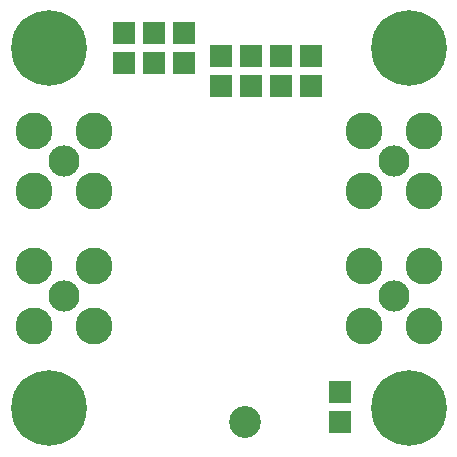
<source format=gbr>
%TF.GenerationSoftware,KiCad,Pcbnew,(5.99.0-6591-gee6c8b60ac)*%
%TF.CreationDate,2020-11-05T14:00:24+01:00*%
%TF.ProjectId,RFSWITCH01A,52465357-4954-4434-9830-31412e6b6963,rev?*%
%TF.SameCoordinates,Original*%
%TF.FileFunction,Soldermask,Top*%
%TF.FilePolarity,Negative*%
%FSLAX46Y46*%
G04 Gerber Fmt 4.6, Leading zero omitted, Abs format (unit mm)*
G04 Created by KiCad (PCBNEW (5.99.0-6591-gee6c8b60ac)) date 2020-11-05 14:00:24*
%MOMM*%
%LPD*%
G01*
G04 APERTURE LIST*
G04 Aperture macros list*
%AMRoundRect*
0 Rectangle with rounded corners*
0 $1 Rounding radius*
0 $2 $3 $4 $5 $6 $7 $8 $9 X,Y pos of 4 corners*
0 Add a 4 corners polygon primitive as box body*
4,1,4,$2,$3,$4,$5,$6,$7,$8,$9,$2,$3,0*
0 Add four circle primitives for the rounded corners*
1,1,$1+$1,$2,$3,0*
1,1,$1+$1,$4,$5,0*
1,1,$1+$1,$6,$7,0*
1,1,$1+$1,$8,$9,0*
0 Add four rect primitives between the rounded corners*
20,1,$1+$1,$2,$3,$4,$5,0*
20,1,$1+$1,$4,$5,$6,$7,0*
20,1,$1+$1,$6,$7,$8,$9,0*
20,1,$1+$1,$8,$9,$2,$3,0*%
G04 Aperture macros list end*
%ADD10RoundRect,0.200000X0.762000X-0.762000X0.762000X0.762000X-0.762000X0.762000X-0.762000X-0.762000X0*%
%ADD11C,2.640000*%
%ADD12C,3.140000*%
%ADD13C,6.400000*%
%ADD14C,2.700000*%
G04 APERTURE END LIST*
D10*
%TO.C,J9*%
X19685000Y32385000D03*
X19685000Y34925000D03*
%TD*%
%TO.C,J5*%
X27305000Y32385000D03*
X27305000Y34925000D03*
%TD*%
%TO.C,J4*%
X24765000Y32385000D03*
X24765000Y34925000D03*
%TD*%
%TO.C,J6*%
X29718000Y3937000D03*
X29718000Y6477000D03*
%TD*%
D11*
%TO.C,J8*%
X34290000Y14605000D03*
D12*
X36830000Y17145000D03*
X31750000Y12065000D03*
X36830000Y12065000D03*
X31750000Y17145000D03*
%TD*%
D13*
%TO.C,M3*%
X5080000Y35560000D03*
%TD*%
D10*
%TO.C,J1*%
X11430000Y34290000D03*
X11430000Y36830000D03*
X13970000Y34290000D03*
X13970000Y36830000D03*
X16510000Y34290000D03*
X16510000Y36830000D03*
%TD*%
D13*
%TO.C,M4*%
X35560000Y5080000D03*
%TD*%
D10*
%TO.C,J10*%
X22225000Y32385000D03*
X22225000Y34925000D03*
%TD*%
D11*
%TO.C,J2*%
X6350000Y26035000D03*
D12*
X3810000Y23495000D03*
X8890000Y23495000D03*
X3810000Y28575000D03*
X8890000Y28575000D03*
%TD*%
D13*
%TO.C,M1*%
X35560000Y35560000D03*
%TD*%
D11*
%TO.C,J7*%
X34290000Y26035000D03*
D12*
X36830000Y28575000D03*
X36830000Y23495000D03*
X31750000Y23495000D03*
X31750000Y28575000D03*
%TD*%
D11*
%TO.C,J3*%
X6350000Y14605000D03*
D12*
X3810000Y17145000D03*
X3810000Y12065000D03*
X8890000Y17145000D03*
X8890000Y12065000D03*
%TD*%
D13*
%TO.C,M2*%
X5080000Y5080000D03*
%TD*%
D14*
%TO.C,D4*%
X21717000Y3937000D03*
%TD*%
M02*

</source>
